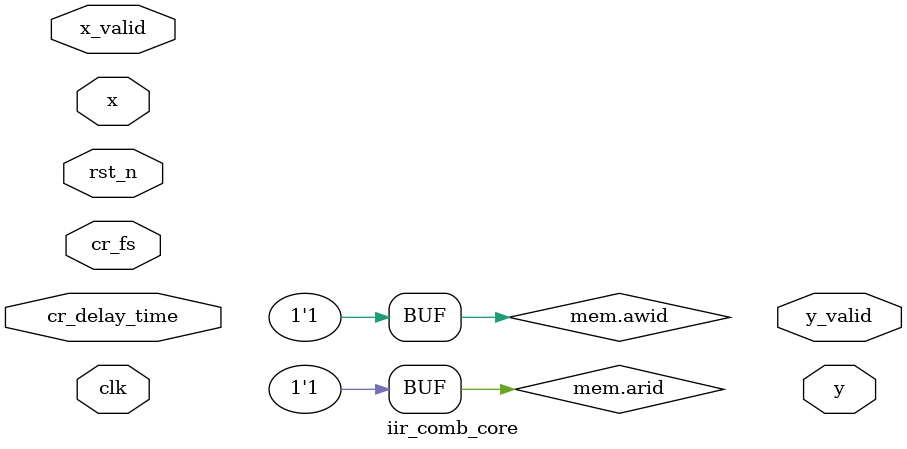
<source format=sv>

`default_nettype none

module iir_comb_core #(
    parameter int N_BITS_P         = -1,
    parameter int Q_BITS_P         = -1,
    parameter int MEM_ADDR_WIDTH_P = -1,
    parameter int MEM_ADDR_P       = -1,
    parameter int MEM_SAMPLES_P    = -1,
    parameter int AXI4_ID_P        = -1
  )(
    // Clock and reset
    input  wire                          clk,
    input  wire                          rst_n,

    // MC
    axi4_if.master                       mem,

    // Data
    input  wire  signed [N_BITS_P-1 : 0] x,
    input  wire                          x_valid,
    output logic signed [N_BITS_P-1 : 0] y,
    output logic                         y_valid,

    // Configuration
    input  wire  [N_BITS_P-1 : 0] cr_fs,
    input  wire  [N_BITS_P-1 : 0] cr_delay_time
  );

  typedef enum {
    MEMORY_RD_REQ_E,
    MEMORY_RD_RES_E,
    WAIT_FOR_X_VALID_E,
    MULTIPLY_E,
    ADD_E,
    MEMORY_WR_REQ_E,
    MEMORY_WR_RES_E
  } fir_state_t;

  fir_state_t fir_state;

  logic [$clog2(MEM_SAMPLES_P)-1 : 0] n;
  logic      [MEM_ADDR_WIDTH_P-1 : 0] wr_addr;
  logic      [MEM_ADDR_WIDTH_P-1 : 0] rd_addr;

  assign mem.awid = AXI4_ID_P;
  assign mem.arid = AXI4_ID_P;

  always_ff @(posedge clk or negedge rst_n) begin

    if (!rst_n) begin
      fir_state <= MEMORY_RD_REQ_E;
      wr_addr   <= MEM_ADDR_P;
      rd_addr   <= '0;
    end
    else begin

      case (fir_state)

        MEMORY_RD_REQ_E: begin

          mem.araddr <= wr_addr - cr_delay_time;

        end

      endcase

    end
  end

endmodule

`default_nettype wire

</source>
